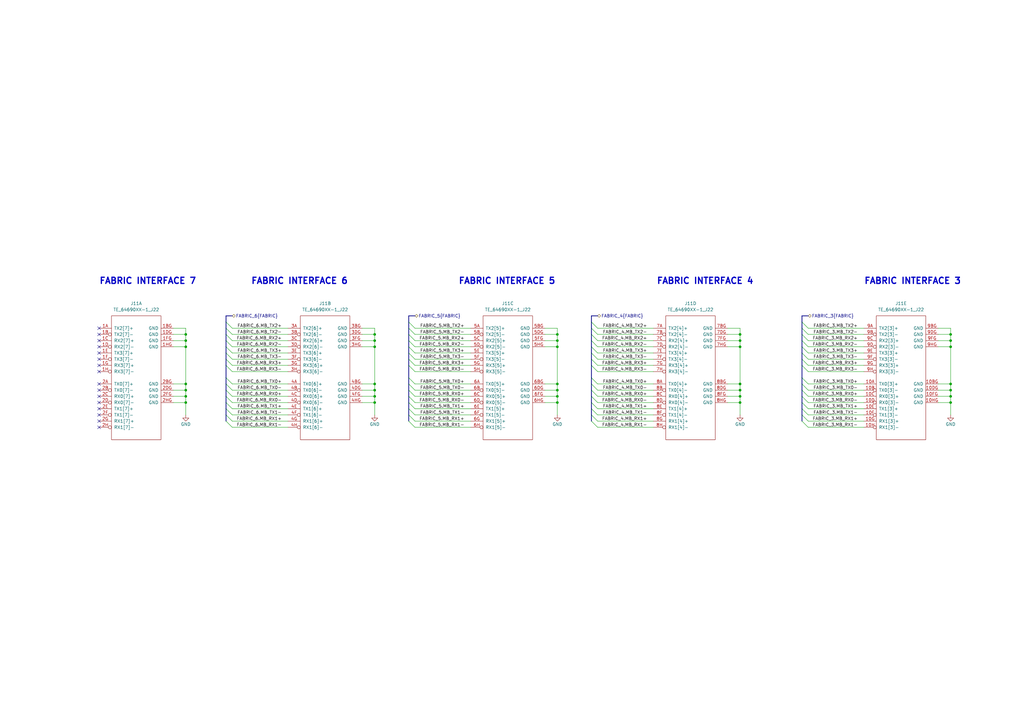
<source format=kicad_sch>
(kicad_sch (version 20211123) (generator eeschema)
  (paper "A3")
  (title_block (title "ATCA Template") (date "2023-01-05") (rev "1.0") (company "Karlsruhe Institute of Technology (KIT)") (comment 1 "Carsten Schmerbeck") (comment 2 "Luis Ardila") (comment 4 "Licensed under CERN-OHL-P v2"))
  (junction (at 153.67 165.1))
  (junction (at 76.2 139.7))
  (junction (at 228.6 160.02))
  (junction (at 76.2 142.24))
  (junction (at 153.67 137.16))
  (junction (at 389.89 142.24))
  (junction (at 228.6 165.1))
  (junction (at 303.53 139.7))
  (junction (at 389.89 137.16))
  (junction (at 228.6 139.7))
  (junction (at 76.2 165.1))
  (junction (at 303.53 162.56))
  (junction (at 303.53 165.1))
  (junction (at 76.2 157.48))
  (junction (at 228.6 157.48))
  (junction (at 76.2 162.56))
  (junction (at 303.53 160.02))
  (junction (at 303.53 157.48))
  (junction (at 76.2 137.16))
  (junction (at 303.53 137.16))
  (junction (at 228.6 142.24))
  (junction (at 389.89 139.7))
  (junction (at 153.67 139.7))
  (junction (at 303.53 142.24))
  (junction (at 153.67 142.24))
  (junction (at 76.2 160.02))
  (junction (at 153.67 157.48))
  (junction (at 228.6 162.56))
  (junction (at 153.67 162.56))
  (junction (at 389.89 162.56))
  (junction (at 153.67 160.02))
  (junction (at 228.6 137.16))
  (junction (at 389.89 165.1))
  (junction (at 389.89 160.02))
  (junction (at 389.89 157.48))
  (no_connect (at 40.64 162.56))
  (no_connect (at 40.64 167.64))
  (no_connect (at 40.64 157.48))
  (no_connect (at 40.64 134.62))
  (no_connect (at 40.64 147.32))
  (no_connect (at 40.64 172.72))
  (no_connect (at 40.64 139.7))
  (no_connect (at 40.64 144.78))
  (no_connect (at 40.64 160.02))
  (no_connect (at 40.64 170.18))
  (no_connect (at 40.64 142.24))
  (no_connect (at 40.64 175.26))
  (no_connect (at 40.64 149.86))
  (no_connect (at 40.64 152.4))
  (no_connect (at 40.64 137.16))
  (no_connect (at 40.64 165.1))
  (bus_entry (at 167.64 170.18) (size 2.54 2.54))
  (bus_entry (at 328.93 154.94) (size 2.54 2.54))
  (bus_entry (at 167.64 157.48) (size 2.54 2.54))
  (bus_entry (at 167.64 154.94) (size 2.54 2.54))
  (bus_entry (at 167.64 165.1) (size 2.54 2.54))
  (bus_entry (at 92.71 132.08) (size 2.54 2.54))
  (bus_entry (at 167.64 144.78) (size 2.54 2.54))
  (bus_entry (at 167.64 134.62) (size 2.54 2.54))
  (bus_entry (at 328.93 139.7) (size 2.54 2.54))
  (bus_entry (at 92.71 167.64) (size 2.54 2.54))
  (bus_entry (at 167.64 132.08) (size 2.54 2.54))
  (bus_entry (at 92.71 149.86) (size 2.54 2.54))
  (bus_entry (at 242.57 132.08) (size 2.54 2.54))
  (bus_entry (at 92.71 160.02) (size 2.54 2.54))
  (bus_entry (at 167.64 142.24) (size 2.54 2.54))
  (bus_entry (at 328.93 132.08) (size 2.54 2.54))
  (bus_entry (at 167.64 162.56) (size 2.54 2.54))
  (bus_entry (at 242.57 165.1) (size 2.54 2.54))
  (bus_entry (at 242.57 170.18) (size 2.54 2.54))
  (bus_entry (at 167.64 160.02) (size 2.54 2.54))
  (bus_entry (at 92.71 139.7) (size 2.54 2.54))
  (bus_entry (at 92.71 134.62) (size 2.54 2.54))
  (bus_entry (at 167.64 149.86) (size 2.54 2.54))
  (bus_entry (at 167.64 147.32) (size 2.54 2.54))
  (bus_entry (at 328.93 137.16) (size 2.54 2.54))
  (bus_entry (at 242.57 154.94) (size 2.54 2.54))
  (bus_entry (at 328.93 165.1) (size 2.54 2.54))
  (bus_entry (at 328.93 149.86) (size 2.54 2.54))
  (bus_entry (at 242.57 172.72) (size 2.54 2.54))
  (bus_entry (at 242.57 162.56) (size 2.54 2.54))
  (bus_entry (at 242.57 160.02) (size 2.54 2.54))
  (bus_entry (at 92.71 172.72) (size 2.54 2.54))
  (bus_entry (at 242.57 157.48) (size 2.54 2.54))
  (bus_entry (at 92.71 144.78) (size 2.54 2.54))
  (bus_entry (at 92.71 147.32) (size 2.54 2.54))
  (bus_entry (at 328.93 147.32) (size 2.54 2.54))
  (bus_entry (at 92.71 142.24) (size 2.54 2.54))
  (bus_entry (at 92.71 137.16) (size 2.54 2.54))
  (bus_entry (at 328.93 167.64) (size 2.54 2.54))
  (bus_entry (at 167.64 137.16) (size 2.54 2.54))
  (bus_entry (at 242.57 134.62) (size 2.54 2.54))
  (bus_entry (at 242.57 139.7) (size 2.54 2.54))
  (bus_entry (at 167.64 172.72) (size 2.54 2.54))
  (bus_entry (at 328.93 170.18) (size 2.54 2.54))
  (bus_entry (at 328.93 144.78) (size 2.54 2.54))
  (bus_entry (at 242.57 147.32) (size 2.54 2.54))
  (bus_entry (at 92.71 170.18) (size 2.54 2.54))
  (bus_entry (at 242.57 144.78) (size 2.54 2.54))
  (bus_entry (at 242.57 149.86) (size 2.54 2.54))
  (bus_entry (at 328.93 157.48) (size 2.54 2.54))
  (bus_entry (at 92.71 162.56) (size 2.54 2.54))
  (bus_entry (at 242.57 137.16) (size 2.54 2.54))
  (bus_entry (at 328.93 162.56) (size 2.54 2.54))
  (bus_entry (at 242.57 142.24) (size 2.54 2.54))
  (bus_entry (at 328.93 134.62) (size 2.54 2.54))
  (bus_entry (at 167.64 139.7) (size 2.54 2.54))
  (bus_entry (at 92.71 154.94) (size 2.54 2.54))
  (bus_entry (at 242.57 167.64) (size 2.54 2.54))
  (bus_entry (at 167.64 167.64) (size 2.54 2.54))
  (bus_entry (at 92.71 157.48) (size 2.54 2.54))
  (bus_entry (at 328.93 160.02) (size 2.54 2.54))
  (bus_entry (at 92.71 165.1) (size 2.54 2.54))
  (bus_entry (at 328.93 142.24) (size 2.54 2.54))
  (bus_entry (at 328.93 172.72) (size 2.54 2.54))
  (wire (pts (xy 170.18 149.86) (xy 193.04 149.86)))
  (wire (pts (xy 153.67 142.24) (xy 153.67 157.48)))
  (wire (pts (xy 148.59 142.24) (xy 153.67 142.24)))
  (wire (pts (xy 76.2 160.02) (xy 76.2 162.56)))
  (wire (pts (xy 148.59 139.7) (xy 153.67 139.7)))
  (bus (pts (xy 328.93 132.08) (xy 328.93 129.54)))
  (wire (pts (xy 303.53 139.7) (xy 303.53 142.24)))
  (wire (pts (xy 298.45 137.16) (xy 303.53 137.16)))
  (wire (pts (xy 389.89 160.02) (xy 389.89 162.56)))
  (wire (pts (xy 228.6 162.56) (xy 228.6 165.1)))
  (bus (pts (xy 92.71 137.16) (xy 92.71 134.62)))
  (wire (pts (xy 331.47 167.64) (xy 354.33 167.64)))
  (bus (pts (xy 92.71 154.94) (xy 92.71 149.86)))
  (wire (pts (xy 384.81 139.7) (xy 389.89 139.7)))
  (wire (pts (xy 228.6 137.16) (xy 228.6 139.7)))
  (wire (pts (xy 71.12 162.56) (xy 76.2 162.56)))
  (wire (pts (xy 71.12 157.48) (xy 76.2 157.48)))
  (bus (pts (xy 328.93 167.64) (xy 328.93 165.1)))
  (wire (pts (xy 245.11 162.56) (xy 267.97 162.56)))
  (wire (pts (xy 228.6 139.7) (xy 228.6 142.24)))
  (wire (pts (xy 170.18 162.56) (xy 193.04 162.56)))
  (bus (pts (xy 167.64 154.94) (xy 167.64 149.86)))
  (wire (pts (xy 76.2 157.48) (xy 76.2 160.02)))
  (bus (pts (xy 242.57 172.72) (xy 242.57 170.18)))
  (wire (pts (xy 95.25 157.48) (xy 118.11 157.48)))
  (wire (pts (xy 303.53 157.48) (xy 303.53 160.02)))
  (wire (pts (xy 95.25 142.24) (xy 118.11 142.24)))
  (bus (pts (xy 167.64 137.16) (xy 167.64 134.62)))
  (bus (pts (xy 167.64 172.72) (xy 167.64 170.18)))
  (bus (pts (xy 167.64 165.1) (xy 167.64 162.56)))
  (wire (pts (xy 245.11 165.1) (xy 267.97 165.1)))
  (wire (pts (xy 76.2 162.56) (xy 76.2 165.1)))
  (bus (pts (xy 92.71 134.62) (xy 92.71 132.08)))
  (wire (pts (xy 389.89 165.1) (xy 389.89 170.18)))
  (bus (pts (xy 242.57 170.18) (xy 242.57 167.64)))
  (wire (pts (xy 245.11 149.86) (xy 267.97 149.86)))
  (wire (pts (xy 331.47 160.02) (xy 354.33 160.02)))
  (bus (pts (xy 328.93 170.18) (xy 328.93 167.64)))
  (wire (pts (xy 331.47 170.18) (xy 354.33 170.18)))
  (wire (pts (xy 76.2 137.16) (xy 76.2 139.7)))
  (wire (pts (xy 223.52 165.1) (xy 228.6 165.1)))
  (wire (pts (xy 245.11 134.62) (xy 267.97 134.62)))
  (wire (pts (xy 170.18 157.48) (xy 193.04 157.48)))
  (wire (pts (xy 153.67 139.7) (xy 153.67 142.24)))
  (wire (pts (xy 170.18 147.32) (xy 193.04 147.32)))
  (bus (pts (xy 92.71 149.86) (xy 92.71 147.32)))
  (wire (pts (xy 170.18 170.18) (xy 193.04 170.18)))
  (wire (pts (xy 389.89 162.56) (xy 389.89 165.1)))
  (wire (pts (xy 223.52 134.62) (xy 228.6 134.62)))
  (wire (pts (xy 95.25 149.86) (xy 118.11 149.86)))
  (wire (pts (xy 389.89 137.16) (xy 389.89 139.7)))
  (bus (pts (xy 328.93 147.32) (xy 328.93 144.78)))
  (bus (pts (xy 92.71 162.56) (xy 92.71 160.02)))
  (wire (pts (xy 148.59 134.62) (xy 153.67 134.62)))
  (bus (pts (xy 242.57 147.32) (xy 242.57 144.78)))
  (wire (pts (xy 389.89 142.24) (xy 389.89 157.48)))
  (wire (pts (xy 298.45 162.56) (xy 303.53 162.56)))
  (wire (pts (xy 331.47 172.72) (xy 354.33 172.72)))
  (bus (pts (xy 242.57 144.78) (xy 242.57 142.24)))
  (wire (pts (xy 331.47 175.26) (xy 354.33 175.26)))
  (wire (pts (xy 95.25 147.32) (xy 118.11 147.32)))
  (wire (pts (xy 170.18 152.4) (xy 193.04 152.4)))
  (bus (pts (xy 167.64 149.86) (xy 167.64 147.32)))
  (bus (pts (xy 328.93 157.48) (xy 328.93 154.94)))
  (wire (pts (xy 153.67 137.16) (xy 153.67 139.7)))
  (bus (pts (xy 167.64 170.18) (xy 167.64 167.64)))
  (bus (pts (xy 92.71 132.08) (xy 92.71 129.54)))
  (wire (pts (xy 71.12 137.16) (xy 76.2 137.16)))
  (wire (pts (xy 331.47 152.4) (xy 354.33 152.4)))
  (wire (pts (xy 298.45 142.24) (xy 303.53 142.24)))
  (wire (pts (xy 303.53 162.56) (xy 303.53 165.1)))
  (wire (pts (xy 76.2 165.1) (xy 76.2 170.18)))
  (wire (pts (xy 148.59 157.48) (xy 153.67 157.48)))
  (bus (pts (xy 92.71 160.02) (xy 92.71 157.48)))
  (wire (pts (xy 298.45 134.62) (xy 303.53 134.62)))
  (wire (pts (xy 384.81 137.16) (xy 389.89 137.16)))
  (bus (pts (xy 167.64 167.64) (xy 167.64 165.1)))
  (bus (pts (xy 92.71 139.7) (xy 92.71 137.16)))
  (wire (pts (xy 245.11 142.24) (xy 267.97 142.24)))
  (bus (pts (xy 92.71 172.72) (xy 92.71 170.18)))
  (bus (pts (xy 167.64 129.54) (xy 170.18 129.54)))
  (wire (pts (xy 170.18 139.7) (xy 193.04 139.7)))
  (wire (pts (xy 303.53 142.24) (xy 303.53 157.48)))
  (wire (pts (xy 71.12 160.02) (xy 76.2 160.02)))
  (wire (pts (xy 71.12 165.1) (xy 76.2 165.1)))
  (wire (pts (xy 384.81 160.02) (xy 389.89 160.02)))
  (wire (pts (xy 223.52 137.16) (xy 228.6 137.16)))
  (wire (pts (xy 170.18 172.72) (xy 193.04 172.72)))
  (wire (pts (xy 95.25 175.26) (xy 118.11 175.26)))
  (bus (pts (xy 328.93 142.24) (xy 328.93 139.7)))
  (wire (pts (xy 384.81 142.24) (xy 389.89 142.24)))
  (wire (pts (xy 223.52 142.24) (xy 228.6 142.24)))
  (wire (pts (xy 245.11 175.26) (xy 267.97 175.26)))
  (wire (pts (xy 76.2 142.24) (xy 76.2 157.48)))
  (bus (pts (xy 242.57 157.48) (xy 242.57 154.94)))
  (wire (pts (xy 71.12 142.24) (xy 76.2 142.24)))
  (bus (pts (xy 92.71 165.1) (xy 92.71 162.56)))
  (wire (pts (xy 331.47 162.56) (xy 354.33 162.56)))
  (bus (pts (xy 242.57 132.08) (xy 242.57 129.54)))
  (wire (pts (xy 95.25 144.78) (xy 118.11 144.78)))
  (bus (pts (xy 242.57 167.64) (xy 242.57 165.1)))
  (bus (pts (xy 328.93 134.62) (xy 328.93 132.08)))
  (wire (pts (xy 153.67 157.48) (xy 153.67 160.02)))
  (wire (pts (xy 223.52 157.48) (xy 228.6 157.48)))
  (wire (pts (xy 170.18 142.24) (xy 193.04 142.24)))
  (wire (pts (xy 223.52 160.02) (xy 228.6 160.02)))
  (wire (pts (xy 95.25 172.72) (xy 118.11 172.72)))
  (wire (pts (xy 148.59 162.56) (xy 153.67 162.56)))
  (bus (pts (xy 92.71 129.54) (xy 95.25 129.54)))
  (bus (pts (xy 92.71 144.78) (xy 92.71 142.24)))
  (wire (pts (xy 298.45 160.02) (xy 303.53 160.02)))
  (bus (pts (xy 167.64 134.62) (xy 167.64 132.08)))
  (wire (pts (xy 389.89 134.62) (xy 389.89 137.16)))
  (wire (pts (xy 95.25 167.64) (xy 118.11 167.64)))
  (wire (pts (xy 95.25 134.62) (xy 118.11 134.62)))
  (bus (pts (xy 328.93 149.86) (xy 328.93 147.32)))
  (bus (pts (xy 167.64 144.78) (xy 167.64 142.24)))
  (bus (pts (xy 328.93 165.1) (xy 328.93 162.56)))
  (wire (pts (xy 245.11 139.7) (xy 267.97 139.7)))
  (wire (pts (xy 170.18 160.02) (xy 193.04 160.02)))
  (wire (pts (xy 95.25 137.16) (xy 118.11 137.16)))
  (wire (pts (xy 170.18 134.62) (xy 193.04 134.62)))
  (wire (pts (xy 228.6 157.48) (xy 228.6 160.02)))
  (bus (pts (xy 242.57 165.1) (xy 242.57 162.56)))
  (wire (pts (xy 170.18 175.26) (xy 193.04 175.26)))
  (wire (pts (xy 228.6 134.62) (xy 228.6 137.16)))
  (bus (pts (xy 328.93 154.94) (xy 328.93 149.86)))
  (wire (pts (xy 71.12 139.7) (xy 76.2 139.7)))
  (bus (pts (xy 242.57 154.94) (xy 242.57 149.86)))
  (wire (pts (xy 389.89 139.7) (xy 389.89 142.24)))
  (wire (pts (xy 298.45 157.48) (xy 303.53 157.48)))
  (bus (pts (xy 328.93 129.54) (xy 331.47 129.54)))
  (bus (pts (xy 328.93 160.02) (xy 328.93 157.48)))
  (wire (pts (xy 245.11 170.18) (xy 267.97 170.18)))
  (wire (pts (xy 389.89 157.48) (xy 389.89 160.02)))
  (wire (pts (xy 303.53 160.02) (xy 303.53 162.56)))
  (bus (pts (xy 167.64 157.48) (xy 167.64 154.94)))
  (wire (pts (xy 245.11 160.02) (xy 267.97 160.02)))
  (wire (pts (xy 245.11 167.64) (xy 267.97 167.64)))
  (wire (pts (xy 331.47 134.62) (xy 354.33 134.62)))
  (wire (pts (xy 298.45 139.7) (xy 303.53 139.7)))
  (bus (pts (xy 242.57 162.56) (xy 242.57 160.02)))
  (wire (pts (xy 170.18 165.1) (xy 193.04 165.1)))
  (bus (pts (xy 242.57 160.02) (xy 242.57 157.48)))
  (wire (pts (xy 331.47 149.86) (xy 354.33 149.86)))
  (wire (pts (xy 148.59 137.16) (xy 153.67 137.16)))
  (wire (pts (xy 95.25 152.4) (xy 118.11 152.4)))
  (wire (pts (xy 95.25 165.1) (xy 118.11 165.1)))
  (wire (pts (xy 76.2 139.7) (xy 76.2 142.24)))
  (bus (pts (xy 242.57 129.54) (xy 245.11 129.54)))
  (wire (pts (xy 298.45 165.1) (xy 303.53 165.1)))
  (wire (pts (xy 95.25 170.18) (xy 118.11 170.18)))
  (bus (pts (xy 92.71 170.18) (xy 92.71 167.64)))
  (wire (pts (xy 228.6 160.02) (xy 228.6 162.56)))
  (wire (pts (xy 303.53 165.1) (xy 303.53 170.18)))
  (wire (pts (xy 331.47 157.48) (xy 354.33 157.48)))
  (bus (pts (xy 242.57 137.16) (xy 242.57 134.62)))
  (wire (pts (xy 170.18 137.16) (xy 193.04 137.16)))
  (wire (pts (xy 148.59 160.02) (xy 153.67 160.02)))
  (wire (pts (xy 148.59 165.1) (xy 153.67 165.1)))
  (wire (pts (xy 228.6 165.1) (xy 228.6 170.18)))
  (wire (pts (xy 170.18 144.78) (xy 193.04 144.78)))
  (bus (pts (xy 167.64 142.24) (xy 167.64 139.7)))
  (wire (pts (xy 245.11 144.78) (xy 267.97 144.78)))
  (bus (pts (xy 167.64 132.08) (xy 167.64 129.54)))
  (bus (pts (xy 328.93 172.72) (xy 328.93 170.18)))
  (bus (pts (xy 167.64 147.32) (xy 167.64 144.78)))
  (bus (pts (xy 92.71 147.32) (xy 92.71 144.78)))
  (wire (pts (xy 331.47 147.32) (xy 354.33 147.32)))
  (wire (pts (xy 153.67 134.62) (xy 153.67 137.16)))
  (bus (pts (xy 167.64 160.02) (xy 167.64 157.48)))
  (wire (pts (xy 76.2 134.62) (xy 76.2 137.16)))
  (wire (pts (xy 331.47 165.1) (xy 354.33 165.1)))
  (wire (pts (xy 95.25 139.7) (xy 118.11 139.7)))
  (bus (pts (xy 92.71 157.48) (xy 92.71 154.94)))
  (wire (pts (xy 384.81 162.56) (xy 389.89 162.56)))
  (wire (pts (xy 153.67 165.1) (xy 153.67 170.18)))
  (wire (pts (xy 228.6 142.24) (xy 228.6 157.48)))
  (wire (pts (xy 331.47 139.7) (xy 354.33 139.7)))
  (wire (pts (xy 384.81 134.62) (xy 389.89 134.62)))
  (bus (pts (xy 242.57 139.7) (xy 242.57 137.16)))
  (wire (pts (xy 95.25 162.56) (xy 118.11 162.56)))
  (bus (pts (xy 242.57 149.86) (xy 242.57 147.32)))
  (bus (pts (xy 167.64 139.7) (xy 167.64 137.16)))
  (wire (pts (xy 71.12 134.62) (xy 76.2 134.62)))
  (wire (pts (xy 303.53 134.62) (xy 303.53 137.16)))
  (bus (pts (xy 92.71 167.64) (xy 92.71 165.1)))
  (wire (pts (xy 384.81 165.1) (xy 389.89 165.1)))
  (wire (pts (xy 223.52 139.7) (xy 228.6 139.7)))
  (bus (pts (xy 328.93 162.56) (xy 328.93 160.02)))
  (wire (pts (xy 153.67 160.02) (xy 153.67 162.56)))
  (bus (pts (xy 328.93 139.7) (xy 328.93 137.16)))
  (wire (pts (xy 331.47 142.24) (xy 354.33 142.24)))
  (wire (pts (xy 245.11 172.72) (xy 267.97 172.72)))
  (wire (pts (xy 170.18 167.64) (xy 193.04 167.64)))
  (bus (pts (xy 242.57 134.62) (xy 242.57 132.08)))
  (wire (pts (xy 331.47 144.78) (xy 354.33 144.78)))
  (wire (pts (xy 245.11 157.48) (xy 267.97 157.48)))
  (wire (pts (xy 245.11 137.16) (xy 267.97 137.16)))
  (bus (pts (xy 328.93 137.16) (xy 328.93 134.62)))
  (wire (pts (xy 245.11 152.4) (xy 267.97 152.4)))
  (bus (pts (xy 167.64 162.56) (xy 167.64 160.02)))
  (wire (pts (xy 223.52 162.56) (xy 228.6 162.56)))
  (wire (pts (xy 95.25 160.02) (xy 118.11 160.02)))
  (bus (pts (xy 328.93 144.78) (xy 328.93 142.24)))
  (wire (pts (xy 245.11 147.32) (xy 267.97 147.32)))
  (wire (pts (xy 153.67 162.56) (xy 153.67 165.1)))
  (wire (pts (xy 303.53 137.16) (xy 303.53 139.7)))
  (bus (pts (xy 242.57 142.24) (xy 242.57 139.7)))
  (bus (pts (xy 92.71 142.24) (xy 92.71 139.7)))
  (wire (pts (xy 384.81 157.48) (xy 389.89 157.48)))
  (wire (pts (xy 331.47 137.16) (xy 354.33 137.16)))
  (text "FABRIC INTERFACE 3" (at 354.33 116.84 0) (effects (font (size 2.54 2.54) (thickness 0.508) bold) (justify left bottom)))
  (text "FABRIC INTERFACE 7" (at 40.64 116.84 0) (effects (font (size 2.54 2.54) (thickness 0.508) bold) (justify left bottom)))
  (text "FABRIC INTERFACE 5" (at 187.96 116.84 0) (effects (font (size 2.54 2.54) (thickness 0.508) bold) (justify left bottom)))
  (text "FABRIC INTERFACE 4" (at 269.24 116.84 0) (effects (font (size 2.54 2.54) (thickness 0.508) bold) (justify left bottom)))
  (text "FABRIC INTERFACE 6" (at 102.87 116.84 0) (effects (font (size 2.54 2.54) (thickness 0.508) bold) (justify left bottom)))
  (label "FABRIC_5.MB_RX1+" (at 190.5 172.72 180))
  (label "FABRIC_5.MB_TX0+" (at 190.5 157.48 180))
  (label "FABRIC_4.MB_TX3-" (at 265.43 147.32 180))
  (label "FABRIC_3.MB_RX0+" (at 351.79 162.56 180))
  (label "FABRIC_4.MB_TX2-" (at 265.43 137.16 180))
  (label "FABRIC_6.MB_TX0-" (at 115.57 160.02 180))
  (label "FABRIC_3.MB_RX1+" (at 351.79 172.72 180))
  (label "FABRIC_3.MB_RX0-" (at 351.79 165.1 180))
  (label "FABRIC_3.MB_TX0+" (at 351.79 157.48 180))
  (label "FABRIC_4.MB_TX0-" (at 265.43 160.02 180))
  (label "FABRIC_5.MB_RX3-" (at 190.5 152.4 180))
  (label "FABRIC_4.MB_RX3+" (at 265.43 149.86 180))
  (label "FABRIC_5.MB_RX3+" (at 190.5 149.86 180))
  (label "FABRIC_5.MB_TX1+" (at 190.5 167.64 180))
  (label "FABRIC_4.MB_TX1+" (at 265.43 167.64 180))
  (label "FABRIC_3.MB_TX1-" (at 351.79 170.18 180))
  (label "FABRIC_5.MB_RX2+" (at 190.5 139.7 180))
  (label "FABRIC_4.MB_RX1-" (at 265.43 175.26 180))
  (label "FABRIC_4.MB_RX3-" (at 265.43 152.4 180))
  (label "FABRIC_6.MB_RX3+" (at 115.57 149.86 180))
  (label "FABRIC_5.MB_RX2-" (at 190.5 142.24 180))
  (label "FABRIC_6.MB_RX1-" (at 115.57 175.26 180))
  (label "FABRIC_5.MB_TX2+" (at 190.5 134.62 180))
  (label "FABRIC_6.MB_RX0-" (at 115.57 165.1 180))
  (label "FABRIC_4.MB_RX0-" (at 265.43 165.1 180))
  (label "FABRIC_3.MB_TX1+" (at 351.79 167.64 180))
  (label "FABRIC_4.MB_TX0+" (at 265.43 157.48 180))
  (label "FABRIC_3.MB_TX2+" (at 351.79 134.62 180))
  (label "FABRIC_6.MB_TX1+" (at 115.57 167.64 180))
  (label "FABRIC_5.MB_TX1-" (at 190.5 170.18 180))
  (label "FABRIC_6.MB_TX2-" (at 115.57 137.16 180))
  (label "FABRIC_5.MB_TX3+" (at 190.5 144.78 180))
  (label "FABRIC_3.MB_TX2-" (at 351.79 137.16 180))
  (label "FABRIC_5.MB_RX0-" (at 190.5 165.1 180))
  (label "FABRIC_5.MB_RX0+" (at 190.5 162.56 180))
  (label "FABRIC_3.MB_TX0-" (at 351.79 160.02 180))
  (label "FABRIC_5.MB_TX2-" (at 190.5 137.16 180))
  (label "FABRIC_6.MB_TX3-" (at 115.57 147.32 180))
  (label "FABRIC_3.MB_RX3-" (at 351.79 152.4 180))
  (label "FABRIC_6.MB_RX3-" (at 115.57 152.4 180))
  (label "FABRIC_4.MB_RX1+" (at 265.43 172.72 180))
  (label "FABRIC_3.MB_TX3+" (at 351.79 144.78 180))
  (label "FABRIC_5.MB_TX3-" (at 190.5 147.32 180))
  (label "FABRIC_3.MB_RX3+" (at 351.79 149.86 180))
  (label "FABRIC_6.MB_TX2+" (at 115.57 134.62 180))
  (label "FABRIC_4.MB_RX2-" (at 265.43 142.24 180))
  (label "FABRIC_4.MB_TX1-" (at 265.43 170.18 180))
  (label "FABRIC_6.MB_RX0+" (at 115.57 162.56 180))
  (label "FABRIC_3.MB_RX2+" (at 351.79 139.7 180))
  (label "FABRIC_6.MB_TX0+" (at 115.57 157.48 180))
  (label "FABRIC_6.MB_RX2+" (at 115.57 139.7 180))
  (label "FABRIC_4.MB_TX3+" (at 265.43 144.78 180))
  (label "FABRIC_6.MB_TX1-" (at 115.57 170.18 180))
  (label "FABRIC_4.MB_RX2+" (at 265.43 139.7 180))
  (label "FABRIC_6.MB_TX3+" (at 115.57 144.78 180))
  (label "FABRIC_6.MB_RX2-" (at 115.57 142.24 180))
  (label "FABRIC_6.MB_RX1+" (at 115.57 172.72 180))
  (label "FABRIC_3.MB_RX1-" (at 351.79 175.26 180))
  (label "FABRIC_4.MB_TX2+" (at 265.43 134.62 180))
  (label "FABRIC_3.MB_TX3-" (at 351.79 147.32 180))
  (label "FABRIC_5.MB_TX0-" (at 190.5 160.02 180))
  (label "FABRIC_3.MB_RX2-" (at 351.79 142.24 180))
  (label "FABRIC_4.MB_RX0+" (at 265.43 162.56 180))
  (label "FABRIC_5.MB_RX1-" (at 190.5 175.26 180))
  (hierarchical_label "FABRIC_3{FABRIC}" (shape bidirectional) (at 331.47 129.54 0))
  (hierarchical_label "FABRIC_5{FABRIC}" (shape bidirectional) (at 170.18 129.54 0))
  (hierarchical_label "FABRIC_6{FABRIC}" (shape bidirectional) (at 95.25 129.54 0))
  (hierarchical_label "FABRIC_4{FABRIC}" (shape bidirectional) (at 245.11 129.54 0))
  (symbol (lib_id "power:GND") (at 153.67 170.18 0) (unit 1)
    (property "Reference" "#PWR0731" (effects hide))
    (property "Value" "GND" (at 153.67 173.99 0))
  )
  (symbol (lib_id "power:GND") (at 228.6 170.18 0) (unit 1)
    (property "Reference" "#PWR0483" (effects hide))
    (property "Value" "GND" (at 228.6 173.99 0))
  )
  (symbol (lib_name "TE_64690XX-1_J22_3") (lib_id "KIT_Connector:TE_64690XX-1_J22") (at 133.35 154.94 0) (unit 2)
    (property "Reference" "J11" (at 133.35 124.46 0))
    (property "Value" "TE_64690XX-1_J22" (at 133.35 127 0))
    (property "Footprint" "KIT_Connector:TE_6469001-1" (effects hide))
    (property "Datasheet" "https://www.te.com/commerce/DocumentDelivery/DDEController?Action=srchrtrv&DocNm=6469001&DocType=Customer+Drawing&DocLang=English" (effects hide))
    (property "digikey#" "A121106-ND" (effects hide))
    (property "manf" "TE Connectivity" (effects hide))
    (property "manf#" "6469001-1" (effects hide))
    (property "mouser#" "571-6469001-1" (effects hide))
    (property "stock" "Serenity: 20" (effects hide))
  )
  (symbol (lib_name "TE_64690XX-1_J22_4") (lib_id "KIT_Connector:TE_64690XX-1_J22") (at 208.28 154.94 0) (unit 3)
    (property "Reference" "J11" (at 208.28 124.46 0))
    (property "Value" "TE_64690XX-1_J22" (at 208.28 127 0))
    (property "Footprint" "KIT_Connector:TE_6469001-1" (effects hide))
    (property "Datasheet" "https://www.te.com/commerce/DocumentDelivery/DDEController?Action=srchrtrv&DocNm=6469001&DocType=Customer+Drawing&DocLang=English" (effects hide))
    (property "digikey#" "A121106-ND" (effects hide))
    (property "manf" "TE Connectivity" (effects hide))
    (property "manf#" "6469001-1" (effects hide))
    (property "mouser#" "571-6469001-1" (effects hide))
    (property "stock" "Serenity: 20" (effects hide))
  )
  (symbol (lib_name "TE_64690XX-1_J22_2") (lib_id "KIT_Connector:TE_64690XX-1_J22") (at 283.21 154.94 0) (unit 4)
    (property "Reference" "J11" (at 283.21 124.46 0))
    (property "Value" "TE_64690XX-1_J22" (at 283.21 127 0))
    (property "Footprint" "KIT_Connector:TE_6469001-1" (effects hide))
    (property "Datasheet" "https://www.te.com/commerce/DocumentDelivery/DDEController?Action=srchrtrv&DocNm=6469001&DocType=Customer+Drawing&DocLang=English" (effects hide))
    (property "digikey#" "A121106-ND" (effects hide))
    (property "manf" "TE Connectivity" (effects hide))
    (property "manf#" "6469001-1" (effects hide))
    (property "mouser#" "571-6469001-1" (effects hide))
    (property "stock" "Serenity: 20" (effects hide))
  )
  (symbol (lib_name "TE_64690XX-1_J22_1") (lib_id "KIT_Connector:TE_64690XX-1_J22") (at 369.57 154.94 0) (unit 5)
    (property "Reference" "J11" (at 369.57 124.46 0))
    (property "Value" "TE_64690XX-1_J22" (at 369.57 127 0))
    (property "Footprint" "KIT_Connector:TE_6469001-1" (effects hide))
    (property "Datasheet" "https://www.te.com/commerce/DocumentDelivery/DDEController?Action=srchrtrv&DocNm=6469001&DocType=Customer+Drawing&DocLang=English" (effects hide))
    (property "digikey#" "A121106-ND" (effects hide))
    (property "manf" "TE Connectivity" (effects hide))
    (property "manf#" "6469001-1" (effects hide))
    (property "mouser#" "571-6469001-1" (effects hide))
    (property "stock" "Serenity: 20" (effects hide))
  )
  (symbol (lib_id "power:GND") (at 303.53 170.18 0) (unit 1)
    (property "Reference" "#PWR0730" (effects hide))
    (property "Value" "GND" (at 303.53 173.99 0))
  )
  (symbol (lib_id "KIT_Connector:TE_64690XX-1_J22") (at 55.88 154.94 0) (unit 1)
    (property "Reference" "J11" (at 55.88 124.46 0))
    (property "Value" "TE_64690XX-1_J22" (at 55.88 127 0))
    (property "Footprint" "KIT_Connector:TE_6469001-1" (effects hide))
    (property "Datasheet" "https://www.te.com/commerce/DocumentDelivery/DDEController?Action=srchrtrv&DocNm=6469001&DocType=Customer+Drawing&DocLang=English" (effects hide))
    (property "digikey#" "A121106-ND" (effects hide))
    (property "manf" "TE Connectivity" (effects hide))
    (property "manf#" "6469001-1" (effects hide))
    (property "mouser#" "571-6469001-1" (effects hide))
    (property "stock" "Serenity: 20" (effects hide))
  )
  (symbol (lib_id "power:GND") (at 76.2 170.18 0) (unit 1)
    (property "Reference" "#PWR0482" (effects hide))
    (property "Value" "GND" (at 76.2 173.99 0))
  )
  (symbol (lib_id "power:GND") (at 389.89 170.18 0) (unit 1)
    (property "Reference" "#PWR0734" (effects hide))
    (property "Value" "GND" (at 389.89 173.99 0))
  )
)
</source>
